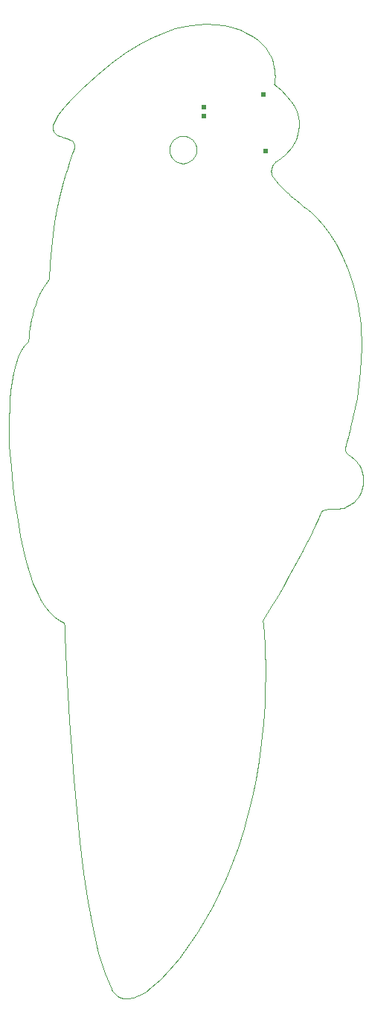
<source format=gbp>
G04 EAGLE Gerber RS-274X export*
G75*
%MOMM*%
%FSLAX34Y34*%
%LPD*%
%INSolder paste bottom*%
%IPPOS*%
%AMOC8*
5,1,8,0,0,1.08239X$1,22.5*%
G01*
%ADD10C,0.001000*%
%ADD11R,0.500000X0.500000*%


D10*
X420454Y640101D02*
X420149Y640371D01*
X419841Y640637D01*
X419531Y640899D01*
X419218Y641156D01*
X418902Y641410D01*
X418583Y641659D01*
X418262Y641904D01*
X417939Y642144D01*
X417613Y642380D01*
X417285Y642612D01*
X416954Y642840D01*
X416622Y643062D01*
X416287Y643281D01*
X415950Y643495D01*
X415610Y643704D01*
X415269Y643908D01*
X415202Y643951D01*
X415015Y644080D01*
X414728Y644294D01*
X414363Y644593D01*
X413940Y644977D01*
X413481Y645445D01*
X413007Y645997D01*
X412537Y646633D01*
X412094Y647353D01*
X411697Y648155D01*
X411369Y649040D01*
X411130Y650007D01*
X411000Y651056D01*
X411001Y652186D01*
X411154Y653398D01*
X411479Y654691D01*
X411839Y655922D01*
X412207Y657195D01*
X412582Y658504D01*
X412963Y659842D01*
X413347Y661202D01*
X413732Y662579D01*
X414118Y663966D01*
X414501Y665356D01*
X414880Y666742D01*
X415253Y668120D01*
X415619Y669481D01*
X415974Y670820D01*
X416319Y672130D01*
X416650Y673405D01*
X416965Y674639D01*
X417264Y675824D01*
X424276Y709087D01*
X428228Y739649D01*
X429481Y767585D01*
X428394Y792973D01*
X425327Y815889D01*
X420639Y836410D01*
X414691Y854613D01*
X407841Y870574D01*
X400450Y884370D01*
X392877Y896078D01*
X385483Y905774D01*
X378626Y913535D01*
X372667Y919438D01*
X367965Y923559D01*
X364880Y925976D01*
X363772Y926764D01*
X359084Y930697D01*
X355052Y934095D01*
X351611Y937015D01*
X348696Y939513D01*
X346242Y941646D01*
X344184Y943469D01*
X342457Y945039D01*
X340997Y946413D01*
X339739Y947645D01*
X338617Y948793D01*
X337567Y949913D01*
X336525Y951060D01*
X335424Y952292D01*
X334201Y953664D01*
X332790Y955232D01*
X331126Y957054D01*
X329361Y959217D01*
X328078Y961318D01*
X327226Y963346D01*
X326756Y965291D01*
X326615Y967141D01*
X326753Y968886D01*
X327120Y970516D01*
X327664Y972019D01*
X328335Y973385D01*
X329081Y974604D01*
X329852Y975665D01*
X330597Y976556D01*
X331264Y977268D01*
X331804Y977790D01*
X332166Y978111D01*
X332297Y978220D01*
X334816Y979993D01*
X337139Y981750D01*
X339271Y983476D01*
X341218Y985159D01*
X342982Y986784D01*
X344570Y988339D01*
X345985Y989810D01*
X347232Y991183D01*
X348315Y992445D01*
X349239Y993582D01*
X350009Y994582D01*
X350629Y995430D01*
X351103Y996113D01*
X351436Y996618D01*
X351632Y996930D01*
X351697Y997037D01*
X351969Y997427D01*
X352692Y998565D01*
X353722Y1000401D01*
X354917Y1002888D01*
X356134Y1005978D01*
X357230Y1009621D01*
X358062Y1013769D01*
X358487Y1018374D01*
X358364Y1023387D01*
X357548Y1028760D01*
X355898Y1034445D01*
X353271Y1040392D01*
X349523Y1046554D01*
X344512Y1052882D01*
X338096Y1059328D01*
X330131Y1065843D01*
X330240Y1066386D01*
X330453Y1067634D01*
X330702Y1069517D01*
X330919Y1071965D01*
X331036Y1074909D01*
X330984Y1078280D01*
X330695Y1082010D01*
X330100Y1086028D01*
X329133Y1090265D01*
X327723Y1094653D01*
X325804Y1099122D01*
X323306Y1103602D01*
X320162Y1108025D01*
X316304Y1112322D01*
X311662Y1116422D01*
X306170Y1120258D01*
X299242Y1124140D01*
X291551Y1127594D01*
X283110Y1130494D01*
X273933Y1132715D01*
X264031Y1134132D01*
X253417Y1134621D01*
X242105Y1134056D01*
X230106Y1132312D01*
X217434Y1129264D01*
X204101Y1124788D01*
X190120Y1118757D01*
X175503Y1111047D01*
X160264Y1101533D01*
X144414Y1090090D01*
X127968Y1076593D01*
X110936Y1060916D01*
X99472Y1049347D01*
X90763Y1039624D01*
X84533Y1031568D01*
X80502Y1024997D01*
X78394Y1019734D01*
X77932Y1015596D01*
X78836Y1012406D01*
X80830Y1009982D01*
X83637Y1008144D01*
X86977Y1006714D01*
X90575Y1005510D01*
X94151Y1004354D01*
X97429Y1003065D01*
X100131Y1001462D01*
X101979Y999368D01*
X102695Y996600D01*
X102449Y994277D01*
X101687Y991232D01*
X100478Y987415D01*
X98885Y982773D01*
X96977Y977255D01*
X94817Y970809D01*
X92473Y963384D01*
X90011Y954928D01*
X87496Y945390D01*
X84994Y934717D01*
X82571Y922859D01*
X80294Y909763D01*
X78228Y895377D01*
X76439Y879652D01*
X74993Y862534D01*
X73956Y843972D01*
X69948Y838718D01*
X66426Y833162D01*
X63358Y827392D01*
X60714Y821497D01*
X58462Y815565D01*
X56570Y809685D01*
X55008Y803945D01*
X53743Y798434D01*
X52745Y793239D01*
X51982Y788451D01*
X51422Y784156D01*
X51035Y780444D01*
X50788Y777402D01*
X50650Y775121D01*
X50591Y773687D01*
X50578Y773189D01*
X45858Y768816D01*
X41841Y762790D01*
X38471Y755376D01*
X35695Y746842D01*
X33457Y737456D01*
X31701Y727484D01*
X30374Y717194D01*
X29420Y706853D01*
X28784Y696728D01*
X28412Y687086D01*
X28247Y678195D01*
X28236Y670321D01*
X28323Y663731D01*
X28453Y658694D01*
X28571Y655476D01*
X28623Y654343D01*
X30608Y630813D01*
X32852Y608894D01*
X35355Y588555D01*
X38117Y569762D01*
X41137Y552484D01*
X44414Y536688D01*
X47950Y522341D01*
X51744Y509410D01*
X55795Y497865D01*
X60104Y487670D01*
X64669Y478796D01*
X69492Y471208D01*
X74571Y464874D01*
X79907Y459762D01*
X85499Y455840D01*
X91347Y453074D01*
X91470Y449289D01*
X91860Y438509D01*
X92554Y421596D01*
X93586Y399413D01*
X94992Y372824D01*
X96806Y342690D01*
X99064Y309875D01*
X101801Y275241D01*
X105051Y239651D01*
X108851Y203968D01*
X113235Y169055D01*
X118238Y135774D01*
X123896Y104988D01*
X130243Y77560D01*
X137315Y54352D01*
X145146Y36228D01*
X145387Y35733D01*
X146138Y34435D01*
X147443Y32613D01*
X149344Y30546D01*
X151885Y28516D01*
X155109Y26800D01*
X159059Y25679D01*
X163778Y25432D01*
X169308Y26339D01*
X175694Y28679D01*
X182978Y32732D01*
X191203Y38777D01*
X200412Y47095D01*
X210649Y57964D01*
X221957Y71665D01*
X234378Y88476D01*
X243290Y101778D01*
X251878Y115899D01*
X260109Y130811D01*
X267951Y146484D01*
X275370Y162889D01*
X282336Y179997D01*
X288815Y197778D01*
X294776Y216202D01*
X300186Y235242D01*
X305013Y254866D01*
X309225Y275046D01*
X312789Y295753D01*
X315674Y316957D01*
X317846Y338629D01*
X319275Y360740D01*
X319926Y383259D01*
X319981Y388757D01*
X320017Y394085D01*
X320032Y399253D01*
X320023Y404268D01*
X319988Y409140D01*
X319924Y413878D01*
X319829Y418489D01*
X319701Y422982D01*
X319537Y427367D01*
X319335Y431651D01*
X319093Y435843D01*
X318808Y439952D01*
X318479Y443986D01*
X318101Y447954D01*
X317674Y451865D01*
X317194Y455727D01*
X322364Y464064D01*
X327387Y472314D01*
X332265Y480475D01*
X337000Y488548D01*
X341594Y496534D01*
X346048Y504434D01*
X350364Y512246D01*
X354544Y519973D01*
X358589Y527613D01*
X362501Y535168D01*
X366283Y542638D01*
X369935Y550022D01*
X373459Y557323D01*
X376857Y564539D01*
X380130Y571671D01*
X383281Y578720D01*
X383305Y578764D01*
X383378Y578886D01*
X383505Y579076D01*
X383692Y579321D01*
X383943Y579611D01*
X384264Y579933D01*
X384658Y580276D01*
X385132Y580628D01*
X385689Y580978D01*
X386335Y581314D01*
X387074Y581624D01*
X387912Y581897D01*
X388853Y582122D01*
X389903Y582286D01*
X391065Y582377D01*
X392345Y582386D01*
X394069Y582350D01*
X395783Y582340D01*
X397487Y582363D01*
X399179Y582424D01*
X400858Y582531D01*
X402524Y582688D01*
X404174Y582903D01*
X405807Y583182D01*
X407422Y583531D01*
X409019Y583957D01*
X410594Y584465D01*
X412148Y585063D01*
X413679Y585756D01*
X415186Y586550D01*
X416667Y587453D01*
X418121Y588470D01*
X420756Y590649D01*
X423111Y593036D01*
X425185Y595609D01*
X426973Y598343D01*
X428473Y601215D01*
X429680Y604202D01*
X430591Y607280D01*
X431203Y610425D01*
X431513Y613614D01*
X431517Y616824D01*
X431211Y620031D01*
X430593Y623211D01*
X429658Y626342D01*
X428404Y629399D01*
X426826Y632359D01*
X424922Y635199D01*
X424667Y635537D01*
X424409Y635870D01*
X424148Y636199D01*
X423883Y636524D01*
X423614Y636845D01*
X423343Y637162D01*
X423068Y637475D01*
X422790Y637783D01*
X422509Y638088D01*
X422225Y638388D01*
X421937Y638684D01*
X421647Y638975D01*
X421353Y639263D01*
X421056Y639547D01*
X420757Y639826D01*
X420454Y640101D01*
X215561Y980361D02*
X213545Y982768D01*
X215561Y980361D02*
X217943Y978462D01*
X220605Y977087D01*
X223459Y976253D01*
X226420Y975977D01*
X229401Y976274D01*
X232316Y977162D01*
X235077Y978658D01*
X237483Y980673D01*
X239382Y983055D01*
X240757Y985716D01*
X241590Y988570D01*
X241866Y991531D01*
X241568Y994512D01*
X240680Y997426D01*
X239184Y1000186D01*
X237170Y1002592D01*
X234789Y1004490D01*
X232128Y1005865D01*
X229273Y1006700D01*
X226312Y1006977D01*
X223331Y1006680D01*
X220417Y1005792D01*
X217655Y1004297D01*
X215249Y1002282D01*
X213350Y999901D01*
X211976Y997239D01*
X211143Y994385D01*
X210866Y991423D01*
X211164Y988442D01*
X212051Y985528D01*
X213545Y982768D01*
D11*
X317500Y1054100D03*
X250000Y1030000D03*
X320000Y990000D03*
X250000Y1040000D03*
M02*

</source>
